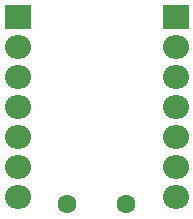
<source format=gbr>
%TF.GenerationSoftware,KiCad,Pcbnew,8.0.4*%
%TF.CreationDate,2024-09-16T17:08:10-03:00*%
%TF.ProjectId,PCBWay-Module_TB67H450FNG,50434257-6179-42d4-9d6f-64756c655f54,rev?*%
%TF.SameCoordinates,Original*%
%TF.FileFunction,Soldermask,Bot*%
%TF.FilePolarity,Negative*%
%FSLAX46Y46*%
G04 Gerber Fmt 4.6, Leading zero omitted, Abs format (unit mm)*
G04 Created by KiCad (PCBNEW 8.0.4) date 2024-09-16 17:08:10*
%MOMM*%
%LPD*%
G01*
G04 APERTURE LIST*
%ADD10C,1.600000*%
%ADD11R,2.200000X2.000000*%
%ADD12O,2.200000X2.000000*%
G04 APERTURE END LIST*
D10*
%TO.C,C3*%
X114850000Y-119950000D03*
X109850000Y-119950000D03*
%TD*%
D11*
%TO.C,J2*%
X119040000Y-104110000D03*
D12*
X119040000Y-106650000D03*
X119040000Y-109190000D03*
X119040000Y-111730000D03*
X119040000Y-114270000D03*
X119040000Y-116810000D03*
X119040000Y-119350000D03*
%TD*%
D11*
%TO.C,J1*%
X105650000Y-104110000D03*
D12*
X105650000Y-106650000D03*
X105650000Y-109190000D03*
X105650000Y-111730000D03*
X105650000Y-114270000D03*
X105650000Y-116810000D03*
X105650000Y-119350000D03*
%TD*%
M02*

</source>
